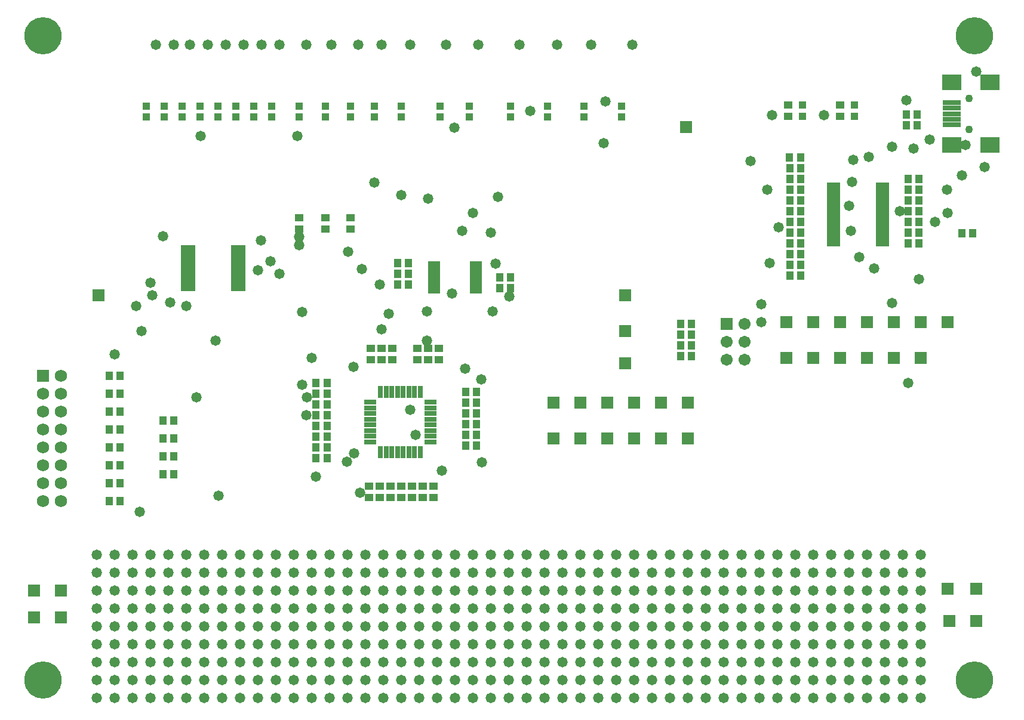
<source format=gts>
G04*
G04 #@! TF.GenerationSoftware,Altium Limited,Altium Designer,22.3.1 (43)*
G04*
G04 Layer_Color=8388736*
%FSLAX25Y25*%
%MOIN*%
G70*
G04*
G04 #@! TF.SameCoordinates,3349D2AC-C315-450D-AF27-8CF08F727A17*
G04*
G04*
G04 #@! TF.FilePolarity,Negative*
G04*
G01*
G75*
%ADD25R,0.03950X0.03950*%
%ADD26R,0.10642X0.08674*%
%ADD27R,0.09855X0.02769*%
%ADD28R,0.03950X0.04540*%
%ADD29R,0.03162X0.06607*%
%ADD30R,0.06607X0.03162*%
%ADD31R,0.04540X0.03950*%
%ADD32R,0.07493X0.02572*%
%ADD33R,0.07887X0.02572*%
%ADD34R,0.06607X0.02572*%
%ADD35R,0.06706X0.06706*%
%ADD36C,0.04343*%
%ADD37C,0.06706*%
%ADD38R,0.06706X0.06706*%
%ADD39C,0.06800*%
%ADD40R,0.06800X0.06800*%
%ADD41C,0.20800*%
%ADD42C,0.05800*%
D25*
X147500Y340650D02*
D03*
Y334350D02*
D03*
X107500Y340650D02*
D03*
Y334350D02*
D03*
X473000Y334850D02*
D03*
Y341150D02*
D03*
X444000Y334850D02*
D03*
Y341150D02*
D03*
X205000Y334350D02*
D03*
Y340650D02*
D03*
X258000Y334350D02*
D03*
Y340650D02*
D03*
X241500Y334350D02*
D03*
Y340650D02*
D03*
X301500Y334350D02*
D03*
Y340650D02*
D03*
X281000Y334350D02*
D03*
Y340650D02*
D03*
X191500Y334350D02*
D03*
Y340650D02*
D03*
X177500Y334350D02*
D03*
Y340650D02*
D03*
X163000Y334350D02*
D03*
Y340650D02*
D03*
X322000Y334350D02*
D03*
Y340650D02*
D03*
X343000Y334350D02*
D03*
Y340650D02*
D03*
X220000Y334350D02*
D03*
Y340650D02*
D03*
X77500Y334350D02*
D03*
Y340650D02*
D03*
X87500Y334350D02*
D03*
Y340650D02*
D03*
X97500Y334350D02*
D03*
Y340650D02*
D03*
X117500Y334350D02*
D03*
Y340650D02*
D03*
X127500Y334350D02*
D03*
Y340650D02*
D03*
X137500Y334350D02*
D03*
Y340650D02*
D03*
D26*
X527157Y318819D02*
D03*
X548811D02*
D03*
Y353858D02*
D03*
X527157D02*
D03*
D27*
Y342638D02*
D03*
Y339488D02*
D03*
Y336339D02*
D03*
Y333189D02*
D03*
Y330039D02*
D03*
D28*
X172350Y180000D02*
D03*
X178650D02*
D03*
X375850Y219000D02*
D03*
X382150D02*
D03*
Y207000D02*
D03*
X375850D02*
D03*
Y213000D02*
D03*
X382150D02*
D03*
X375850Y201000D02*
D03*
X382150D02*
D03*
X63150Y190000D02*
D03*
X56850D02*
D03*
X63150Y180000D02*
D03*
X56850D02*
D03*
X86850Y165000D02*
D03*
X93150D02*
D03*
X63150Y170000D02*
D03*
X56850D02*
D03*
X86850Y155000D02*
D03*
X93150D02*
D03*
X63150Y160000D02*
D03*
X56850D02*
D03*
X86850Y145000D02*
D03*
X93150D02*
D03*
X63150Y150000D02*
D03*
X56850D02*
D03*
X86850Y135000D02*
D03*
X93150D02*
D03*
X63150Y140000D02*
D03*
X56850D02*
D03*
X63150Y130000D02*
D03*
X56850D02*
D03*
X63150Y120000D02*
D03*
X56850D02*
D03*
X255850Y181000D02*
D03*
X262150D02*
D03*
X172350Y186000D02*
D03*
X178650D02*
D03*
X255850Y175000D02*
D03*
X262150D02*
D03*
X255850Y169000D02*
D03*
X262150D02*
D03*
X172350Y174000D02*
D03*
X178650D02*
D03*
X255850Y163000D02*
D03*
X262150D02*
D03*
X172350Y168000D02*
D03*
X178650D02*
D03*
X255850Y157000D02*
D03*
X262150D02*
D03*
X172350Y162000D02*
D03*
X178650D02*
D03*
X255850Y151000D02*
D03*
X262150D02*
D03*
X172350Y156000D02*
D03*
X178650D02*
D03*
X172350Y150000D02*
D03*
X178650D02*
D03*
X172350Y144000D02*
D03*
X178650D02*
D03*
X502850Y276000D02*
D03*
X509150D02*
D03*
X443150Y306000D02*
D03*
X436850D02*
D03*
X436701Y312000D02*
D03*
X443000D02*
D03*
X443150Y300000D02*
D03*
X436850D02*
D03*
Y294000D02*
D03*
X443150D02*
D03*
X539150Y269500D02*
D03*
X532850D02*
D03*
X443150Y288000D02*
D03*
X436850D02*
D03*
X508150Y336000D02*
D03*
X501850D02*
D03*
X443150Y282000D02*
D03*
X436850D02*
D03*
X501850Y330000D02*
D03*
X508150D02*
D03*
X443150Y276000D02*
D03*
X436850D02*
D03*
X443150Y270000D02*
D03*
X436850D02*
D03*
X509150D02*
D03*
X502850D02*
D03*
X443150Y264000D02*
D03*
X436850D02*
D03*
X509150D02*
D03*
X502850D02*
D03*
X443150Y258000D02*
D03*
X436850D02*
D03*
X443150Y252000D02*
D03*
X436850D02*
D03*
X443150Y246000D02*
D03*
X436850D02*
D03*
X502850Y288000D02*
D03*
X509150D02*
D03*
X502850Y294000D02*
D03*
X509150D02*
D03*
X502850Y300000D02*
D03*
X509150D02*
D03*
Y282000D02*
D03*
X502850D02*
D03*
X217850Y253000D02*
D03*
X224150D02*
D03*
X217850Y247000D02*
D03*
X224150D02*
D03*
X217850Y241000D02*
D03*
X224150D02*
D03*
X281150Y239000D02*
D03*
X274850D02*
D03*
X281150Y245000D02*
D03*
X274850D02*
D03*
D29*
X208476Y180685D02*
D03*
X211626D02*
D03*
X214776D02*
D03*
X217925D02*
D03*
X221075D02*
D03*
X224224D02*
D03*
X227374D02*
D03*
X230524D02*
D03*
Y147315D02*
D03*
X227374D02*
D03*
X224224D02*
D03*
X221075D02*
D03*
X217925D02*
D03*
X214776D02*
D03*
X211626D02*
D03*
X208476D02*
D03*
D30*
X236185Y175024D02*
D03*
Y171874D02*
D03*
Y168724D02*
D03*
Y165575D02*
D03*
Y162425D02*
D03*
Y159276D02*
D03*
Y156126D02*
D03*
Y152976D02*
D03*
X202815D02*
D03*
Y156126D02*
D03*
Y159276D02*
D03*
Y162425D02*
D03*
Y165575D02*
D03*
Y168724D02*
D03*
Y171874D02*
D03*
Y175024D02*
D03*
D31*
X229000Y198850D02*
D03*
Y205150D02*
D03*
X215000D02*
D03*
Y198850D02*
D03*
X235000D02*
D03*
Y205150D02*
D03*
X209000D02*
D03*
Y198850D02*
D03*
X241000D02*
D03*
Y205150D02*
D03*
X203000D02*
D03*
Y198850D02*
D03*
X238000Y128150D02*
D03*
Y121850D02*
D03*
X232000Y128150D02*
D03*
Y121850D02*
D03*
X226000Y128150D02*
D03*
Y121850D02*
D03*
X220000Y128150D02*
D03*
Y121850D02*
D03*
X202000D02*
D03*
Y128150D02*
D03*
X214000D02*
D03*
Y121850D02*
D03*
X208000Y128150D02*
D03*
Y121850D02*
D03*
X465000Y341150D02*
D03*
Y334850D02*
D03*
X436000Y341150D02*
D03*
Y334850D02*
D03*
X163000Y271850D02*
D03*
Y278150D02*
D03*
X177500Y271850D02*
D03*
Y278150D02*
D03*
X191500Y271850D02*
D03*
Y278150D02*
D03*
D32*
X488780Y296634D02*
D03*
Y294075D02*
D03*
Y291516D02*
D03*
Y288957D02*
D03*
Y286398D02*
D03*
Y283839D02*
D03*
Y281280D02*
D03*
Y278720D02*
D03*
Y276161D02*
D03*
Y273602D02*
D03*
Y271043D02*
D03*
Y268484D02*
D03*
Y265925D02*
D03*
Y263366D02*
D03*
X461220D02*
D03*
Y265925D02*
D03*
Y268484D02*
D03*
Y271043D02*
D03*
Y273602D02*
D03*
Y276161D02*
D03*
Y278720D02*
D03*
Y281280D02*
D03*
Y283839D02*
D03*
Y286398D02*
D03*
Y288957D02*
D03*
Y291516D02*
D03*
Y294075D02*
D03*
Y296634D02*
D03*
D33*
X101024Y261516D02*
D03*
Y258957D02*
D03*
Y256398D02*
D03*
Y253839D02*
D03*
Y251280D02*
D03*
Y248720D02*
D03*
Y246161D02*
D03*
Y243602D02*
D03*
Y241043D02*
D03*
Y238484D02*
D03*
X128976D02*
D03*
Y241043D02*
D03*
Y243602D02*
D03*
Y246161D02*
D03*
Y248720D02*
D03*
Y251280D02*
D03*
Y253839D02*
D03*
Y256398D02*
D03*
Y258957D02*
D03*
Y261516D02*
D03*
D34*
X238433Y252677D02*
D03*
Y250118D02*
D03*
Y247559D02*
D03*
Y245000D02*
D03*
Y242441D02*
D03*
Y239882D02*
D03*
Y237323D02*
D03*
X261567D02*
D03*
Y239882D02*
D03*
Y242441D02*
D03*
Y245000D02*
D03*
Y247559D02*
D03*
Y250118D02*
D03*
Y252677D02*
D03*
D35*
X30000Y55000D02*
D03*
X525000Y71000D02*
D03*
X15000Y55000D02*
D03*
X30000Y70000D02*
D03*
X541000Y53000D02*
D03*
Y71000D02*
D03*
X526000Y53000D02*
D03*
X15000Y70000D02*
D03*
X345000Y215000D02*
D03*
Y235000D02*
D03*
Y197000D02*
D03*
X51000Y235000D02*
D03*
X305000Y175000D02*
D03*
X320000D02*
D03*
X335000D02*
D03*
X350000D02*
D03*
X365000D02*
D03*
X380000D02*
D03*
X305000Y155000D02*
D03*
X320000D02*
D03*
X335000D02*
D03*
X365000D02*
D03*
X350000D02*
D03*
X380000D02*
D03*
X435000Y220000D02*
D03*
X450000D02*
D03*
X465000D02*
D03*
X480000D02*
D03*
X495000D02*
D03*
X510000D02*
D03*
X525000D02*
D03*
X435000Y200000D02*
D03*
X450000D02*
D03*
X465000D02*
D03*
X480000D02*
D03*
X495000D02*
D03*
X510000D02*
D03*
X379000Y329000D02*
D03*
D36*
X537000Y345000D02*
D03*
Y327677D02*
D03*
D37*
X411500Y199000D02*
D03*
X401500D02*
D03*
X411500Y209000D02*
D03*
X401500D02*
D03*
X411500Y219000D02*
D03*
D38*
X401500D02*
D03*
D39*
X30000Y120000D02*
D03*
Y130000D02*
D03*
Y140000D02*
D03*
Y150000D02*
D03*
Y160000D02*
D03*
Y170000D02*
D03*
Y180000D02*
D03*
X20000Y120000D02*
D03*
Y130000D02*
D03*
Y140000D02*
D03*
Y150000D02*
D03*
Y160000D02*
D03*
Y170000D02*
D03*
X30000Y190000D02*
D03*
X20000Y180000D02*
D03*
D40*
Y190000D02*
D03*
D41*
Y20000D02*
D03*
X540000Y380000D02*
D03*
X20000D02*
D03*
X540000Y20000D02*
D03*
D42*
X506000Y317000D02*
D03*
X494000Y318000D02*
D03*
X515000Y322000D02*
D03*
X60000Y90000D02*
D03*
X421000Y230000D02*
D03*
Y220000D02*
D03*
X503000Y186000D02*
D03*
X533000Y302000D02*
D03*
X509000Y244000D02*
D03*
X502000Y344000D02*
D03*
X271000Y226000D02*
D03*
X81000Y235000D02*
D03*
X91000Y231000D02*
D03*
X100000Y229000D02*
D03*
X415000Y310000D02*
D03*
X349000Y375000D02*
D03*
X292000Y338000D02*
D03*
X307000Y375000D02*
D03*
X263000D02*
D03*
X245000D02*
D03*
X225000D02*
D03*
X209000D02*
D03*
X196000D02*
D03*
X181000D02*
D03*
X147000Y254000D02*
D03*
X140000Y249000D02*
D03*
X152000Y247000D02*
D03*
X273918Y290000D02*
D03*
X260000Y281000D02*
D03*
X225000Y171000D02*
D03*
X228000Y157000D02*
D03*
X484000Y250000D02*
D03*
X471000Y271000D02*
D03*
X87000Y268000D02*
D03*
X60000Y202000D02*
D03*
X75000Y215000D02*
D03*
X72000Y229000D02*
D03*
X80000Y242000D02*
D03*
X74000Y114000D02*
D03*
X525000Y281000D02*
D03*
X518000Y276000D02*
D03*
X209000Y216000D02*
D03*
X170000Y200000D02*
D03*
X105600Y178000D02*
D03*
X167400D02*
D03*
X166900Y168000D02*
D03*
X118090Y122990D02*
D03*
X189700Y142000D02*
D03*
X163000Y262800D02*
D03*
X116400Y209600D02*
D03*
X234300D02*
D03*
Y226000D02*
D03*
X167000Y375000D02*
D03*
X132000D02*
D03*
X112000D02*
D03*
X102000D02*
D03*
X264500Y188000D02*
D03*
X264900Y141500D02*
D03*
X172350Y133550D02*
D03*
X197000Y124500D02*
D03*
X425700Y253000D02*
D03*
X190400Y259100D02*
D03*
X198000Y249500D02*
D03*
X424400Y294000D02*
D03*
X280300Y234300D02*
D03*
X326000Y375000D02*
D03*
X83000D02*
D03*
X93000D02*
D03*
X122000D02*
D03*
X142000D02*
D03*
X152000D02*
D03*
X286000D02*
D03*
X524700Y294000D02*
D03*
X498400Y281700D02*
D03*
X242600Y136700D02*
D03*
X208000Y241000D02*
D03*
X493900Y230400D02*
D03*
X475800Y256300D02*
D03*
X470000Y285000D02*
D03*
X472400Y310600D02*
D03*
X471800Y298200D02*
D03*
X480900Y312100D02*
D03*
X430500Y273000D02*
D03*
X248408Y236000D02*
D03*
X141591Y265600D02*
D03*
X213000Y224600D02*
D03*
X163000Y267400D02*
D03*
X164700Y184700D02*
D03*
Y225500D02*
D03*
X255700Y193800D02*
D03*
X193400Y194900D02*
D03*
X205000Y298000D02*
D03*
X272500Y252500D02*
D03*
X254000Y271000D02*
D03*
X220000Y291000D02*
D03*
X235000Y289000D02*
D03*
X193800Y146400D02*
D03*
X108000Y324000D02*
D03*
X270000Y270000D02*
D03*
X162000Y324000D02*
D03*
X249800Y328400D02*
D03*
X333000Y320000D02*
D03*
X540890Y359858D02*
D03*
X545500Y306400D02*
D03*
X334059Y343200D02*
D03*
X427059Y335400D02*
D03*
X456059D02*
D03*
X535079Y318819D02*
D03*
X480000Y70000D02*
D03*
X490000D02*
D03*
X510000D02*
D03*
X500000D02*
D03*
X470000D02*
D03*
Y60000D02*
D03*
X500000D02*
D03*
X510000D02*
D03*
X490000D02*
D03*
X480000D02*
D03*
X470000Y50000D02*
D03*
X500000D02*
D03*
X510000D02*
D03*
X490000D02*
D03*
X480000D02*
D03*
X470000Y40000D02*
D03*
X500000D02*
D03*
X510000D02*
D03*
X490000D02*
D03*
X480000D02*
D03*
X470000Y30000D02*
D03*
X500000D02*
D03*
X510000D02*
D03*
X490000D02*
D03*
X480000D02*
D03*
X470000Y20000D02*
D03*
X500000D02*
D03*
X510000D02*
D03*
X490000D02*
D03*
X480000D02*
D03*
X470000Y10000D02*
D03*
X500000D02*
D03*
X510000D02*
D03*
X490000D02*
D03*
X480000D02*
D03*
X470000Y80000D02*
D03*
X500000D02*
D03*
X510000D02*
D03*
X490000D02*
D03*
X480000D02*
D03*
X470000Y90000D02*
D03*
X500000D02*
D03*
X510000D02*
D03*
X490000D02*
D03*
X480000D02*
D03*
X370000D02*
D03*
X380000D02*
D03*
X430000D02*
D03*
X440000D02*
D03*
X460000D02*
D03*
X450000D02*
D03*
X410000D02*
D03*
X420000D02*
D03*
X400000D02*
D03*
X390000D02*
D03*
X370000Y80000D02*
D03*
X380000D02*
D03*
X430000D02*
D03*
X440000D02*
D03*
X460000D02*
D03*
X450000D02*
D03*
X410000D02*
D03*
X420000D02*
D03*
X400000D02*
D03*
X390000D02*
D03*
X370000Y10000D02*
D03*
X380000D02*
D03*
X430000D02*
D03*
X440000D02*
D03*
X460000D02*
D03*
X450000D02*
D03*
X410000D02*
D03*
X420000D02*
D03*
X400000D02*
D03*
X390000D02*
D03*
X370000Y20000D02*
D03*
X380000D02*
D03*
X430000D02*
D03*
X440000D02*
D03*
X460000D02*
D03*
X450000D02*
D03*
X410000D02*
D03*
X420000D02*
D03*
X400000D02*
D03*
X390000D02*
D03*
X370000Y30000D02*
D03*
X380000D02*
D03*
X430000D02*
D03*
X440000D02*
D03*
X460000D02*
D03*
X450000D02*
D03*
X410000D02*
D03*
X420000D02*
D03*
X400000D02*
D03*
X390000D02*
D03*
X370000Y40000D02*
D03*
X380000D02*
D03*
X430000D02*
D03*
X440000D02*
D03*
X460000D02*
D03*
X450000D02*
D03*
X410000D02*
D03*
X420000D02*
D03*
X400000D02*
D03*
X390000D02*
D03*
X370000Y50000D02*
D03*
X380000D02*
D03*
X430000D02*
D03*
X440000D02*
D03*
X460000D02*
D03*
X450000D02*
D03*
X410000D02*
D03*
X420000D02*
D03*
X400000D02*
D03*
X390000D02*
D03*
X370000Y60000D02*
D03*
X380000D02*
D03*
X430000D02*
D03*
X440000D02*
D03*
X460000D02*
D03*
X450000D02*
D03*
X410000D02*
D03*
X420000D02*
D03*
X400000D02*
D03*
X390000D02*
D03*
Y70000D02*
D03*
X400000D02*
D03*
X420000D02*
D03*
X410000D02*
D03*
X450000D02*
D03*
X460000D02*
D03*
X440000D02*
D03*
X430000D02*
D03*
X380000D02*
D03*
X370000D02*
D03*
X210000D02*
D03*
X220000D02*
D03*
X240000D02*
D03*
X230000D02*
D03*
X270000D02*
D03*
X280000D02*
D03*
X260000D02*
D03*
X250000D02*
D03*
X330000D02*
D03*
X340000D02*
D03*
X360000D02*
D03*
X350000D02*
D03*
X310000D02*
D03*
X320000D02*
D03*
X300000D02*
D03*
X290000D02*
D03*
Y60000D02*
D03*
X300000D02*
D03*
X320000D02*
D03*
X310000D02*
D03*
X350000D02*
D03*
X360000D02*
D03*
X340000D02*
D03*
X330000D02*
D03*
X250000D02*
D03*
X260000D02*
D03*
X280000D02*
D03*
X270000D02*
D03*
X230000D02*
D03*
X240000D02*
D03*
X220000D02*
D03*
X210000D02*
D03*
X290000Y50000D02*
D03*
X300000D02*
D03*
X320000D02*
D03*
X310000D02*
D03*
X350000D02*
D03*
X360000D02*
D03*
X340000D02*
D03*
X330000D02*
D03*
X250000D02*
D03*
X260000D02*
D03*
X280000D02*
D03*
X270000D02*
D03*
X230000D02*
D03*
X240000D02*
D03*
X220000D02*
D03*
X210000D02*
D03*
X290000Y40000D02*
D03*
X300000D02*
D03*
X320000D02*
D03*
X310000D02*
D03*
X350000D02*
D03*
X360000D02*
D03*
X340000D02*
D03*
X330000D02*
D03*
X250000D02*
D03*
X260000D02*
D03*
X280000D02*
D03*
X270000D02*
D03*
X230000D02*
D03*
X240000D02*
D03*
X220000D02*
D03*
X210000D02*
D03*
X290000Y30000D02*
D03*
X300000D02*
D03*
X320000D02*
D03*
X310000D02*
D03*
X350000D02*
D03*
X360000D02*
D03*
X340000D02*
D03*
X330000D02*
D03*
X250000D02*
D03*
X260000D02*
D03*
X280000D02*
D03*
X270000D02*
D03*
X230000D02*
D03*
X240000D02*
D03*
X220000D02*
D03*
X210000D02*
D03*
X290000Y20000D02*
D03*
X300000D02*
D03*
X320000D02*
D03*
X310000D02*
D03*
X350000D02*
D03*
X360000D02*
D03*
X340000D02*
D03*
X330000D02*
D03*
X250000D02*
D03*
X260000D02*
D03*
X280000D02*
D03*
X270000D02*
D03*
X230000D02*
D03*
X240000D02*
D03*
X220000D02*
D03*
X210000D02*
D03*
X290000Y10000D02*
D03*
X300000D02*
D03*
X320000D02*
D03*
X310000D02*
D03*
X350000D02*
D03*
X360000D02*
D03*
X340000D02*
D03*
X330000D02*
D03*
X250000D02*
D03*
X260000D02*
D03*
X280000D02*
D03*
X270000D02*
D03*
X230000D02*
D03*
X240000D02*
D03*
X220000D02*
D03*
X210000D02*
D03*
X290000Y80000D02*
D03*
X300000D02*
D03*
X320000D02*
D03*
X310000D02*
D03*
X350000D02*
D03*
X360000D02*
D03*
X340000D02*
D03*
X330000D02*
D03*
X250000D02*
D03*
X260000D02*
D03*
X280000D02*
D03*
X270000D02*
D03*
X230000D02*
D03*
X240000D02*
D03*
X220000D02*
D03*
X210000D02*
D03*
X290000Y90000D02*
D03*
X300000D02*
D03*
X320000D02*
D03*
X310000D02*
D03*
X350000D02*
D03*
X360000D02*
D03*
X340000D02*
D03*
X330000D02*
D03*
X250000D02*
D03*
X260000D02*
D03*
X280000D02*
D03*
X270000D02*
D03*
X230000D02*
D03*
X240000D02*
D03*
X220000D02*
D03*
X210000D02*
D03*
X50000D02*
D03*
X80000D02*
D03*
X70000D02*
D03*
X110000D02*
D03*
X120000D02*
D03*
X100000D02*
D03*
X90000D02*
D03*
X170000D02*
D03*
X180000D02*
D03*
X200000D02*
D03*
X190000D02*
D03*
X150000D02*
D03*
X160000D02*
D03*
X140000D02*
D03*
X130000D02*
D03*
X50000Y80000D02*
D03*
X60000D02*
D03*
X80000D02*
D03*
X70000D02*
D03*
X110000D02*
D03*
X120000D02*
D03*
X100000D02*
D03*
X90000D02*
D03*
X170000D02*
D03*
X180000D02*
D03*
X200000D02*
D03*
X190000D02*
D03*
X150000D02*
D03*
X160000D02*
D03*
X140000D02*
D03*
X130000D02*
D03*
X50000Y10000D02*
D03*
X60000D02*
D03*
X80000D02*
D03*
X70000D02*
D03*
X110000D02*
D03*
X120000D02*
D03*
X100000D02*
D03*
X90000D02*
D03*
X170000D02*
D03*
X180000D02*
D03*
X200000D02*
D03*
X190000D02*
D03*
X150000D02*
D03*
X160000D02*
D03*
X140000D02*
D03*
X130000D02*
D03*
X50000Y20000D02*
D03*
X60000D02*
D03*
X80000D02*
D03*
X70000D02*
D03*
X110000D02*
D03*
X120000D02*
D03*
X100000D02*
D03*
X90000D02*
D03*
X170000D02*
D03*
X180000D02*
D03*
X200000D02*
D03*
X190000D02*
D03*
X150000D02*
D03*
X160000D02*
D03*
X140000D02*
D03*
X130000D02*
D03*
X50000Y30000D02*
D03*
X60000D02*
D03*
X80000D02*
D03*
X70000D02*
D03*
X110000D02*
D03*
X120000D02*
D03*
X100000D02*
D03*
X90000D02*
D03*
X170000D02*
D03*
X180000D02*
D03*
X200000D02*
D03*
X190000D02*
D03*
X150000D02*
D03*
X160000D02*
D03*
X140000D02*
D03*
X130000D02*
D03*
X50000Y40000D02*
D03*
X60000D02*
D03*
X80000D02*
D03*
X70000D02*
D03*
X110000D02*
D03*
X120000D02*
D03*
X100000D02*
D03*
X90000D02*
D03*
X170000D02*
D03*
X180000D02*
D03*
X200000D02*
D03*
X190000D02*
D03*
X150000D02*
D03*
X160000D02*
D03*
X140000D02*
D03*
X130000D02*
D03*
X50000Y50000D02*
D03*
X60000D02*
D03*
X80000D02*
D03*
X70000D02*
D03*
X110000D02*
D03*
X120000D02*
D03*
X100000D02*
D03*
X90000D02*
D03*
X170000D02*
D03*
X180000D02*
D03*
X200000D02*
D03*
X190000D02*
D03*
X150000D02*
D03*
X160000D02*
D03*
X140000D02*
D03*
X130000D02*
D03*
X50000Y60000D02*
D03*
X60000D02*
D03*
X80000D02*
D03*
X70000D02*
D03*
X110000D02*
D03*
X120000D02*
D03*
X100000D02*
D03*
X90000D02*
D03*
X170000D02*
D03*
X180000D02*
D03*
X200000D02*
D03*
X190000D02*
D03*
X150000D02*
D03*
X160000D02*
D03*
X140000D02*
D03*
X130000D02*
D03*
Y70000D02*
D03*
X140000D02*
D03*
X160000D02*
D03*
X150000D02*
D03*
X190000D02*
D03*
X200000D02*
D03*
X180000D02*
D03*
X170000D02*
D03*
X90000D02*
D03*
X100000D02*
D03*
X120000D02*
D03*
X110000D02*
D03*
X70000D02*
D03*
X80000D02*
D03*
X60000D02*
D03*
X50000D02*
D03*
M02*

</source>
